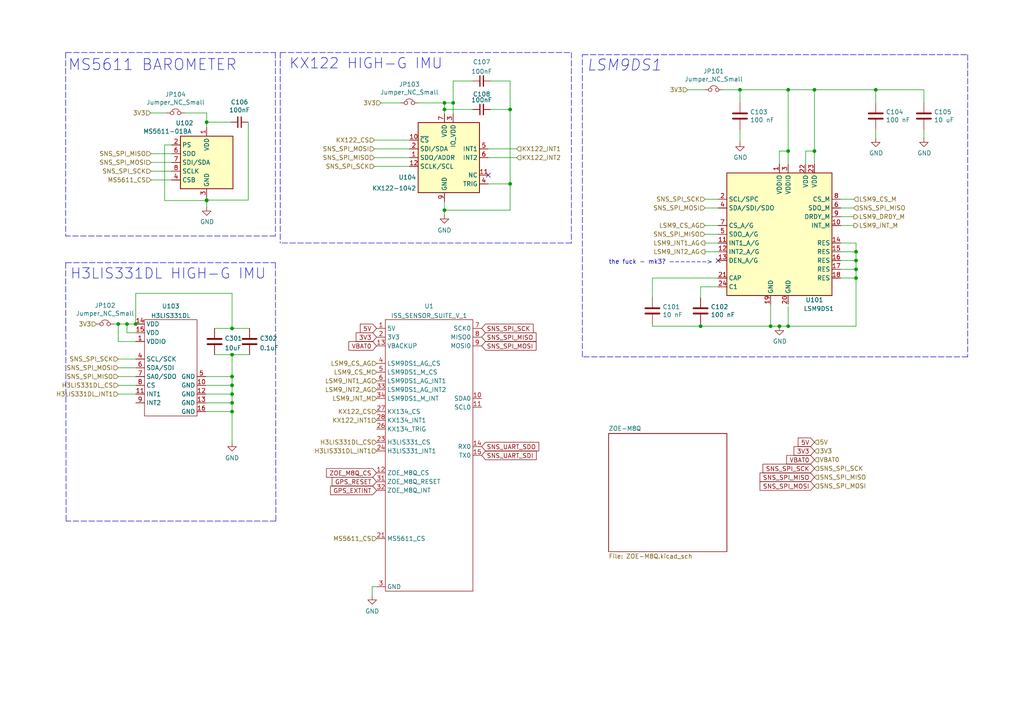
<source format=kicad_sch>
(kicad_sch (version 20211123) (generator eeschema)
  (paper "A4")
  (lib_symbols
    (symbol "Device:C" (pin_numbers hide) (pin_names (offset 0.254))
      (property "Reference" "C" (at 0.635 2.54 0))
      (property "Value" "C" (at 0.635 -2.54 0))
      (symbol "C_0_1"
        (polyline (pts (xy -2.032 -0.762) (xy 2.032 -0.762)) (stroke (width 0.508)))
        (polyline (pts (xy -2.032 0.762) (xy 2.032 0.762)) (stroke (width 0.508)))
      )
      (symbol "C_1_1"
        (pin passive line (at 0 3.81 270) (length 2.794) (name "~") (number "1"))
        (pin passive line (at 0 -3.81 90) (length 2.794) (name "~") (number "2"))
      )
    )
    (symbol "Device:C_Small" (pin_numbers hide) (pin_names (offset 0.254) hide)
      (property "Reference" "C" (at 0.254 1.778 0))
      (property "Value" "C_Small" (at 0.254 -2.032 0))
      (symbol "C_Small_0_1"
        (polyline (pts (xy -1.524 -0.508) (xy 1.524 -0.508)) (stroke (width 0.3302)))
        (polyline (pts (xy -1.524 0.508) (xy 1.524 0.508)) (stroke (width 0.3048)))
      )
      (symbol "C_Small_1_1"
        (pin passive line (at 0 2.54 270) (length 2.032) (name "~") (number "1"))
        (pin passive line (at 0 -2.54 90) (length 2.032) (name "~") (number "2"))
      )
    )
    (symbol "Device:Jumper_NC_Small" (pin_numbers hide) (pin_names (offset 0.762) hide)
      (property "Reference" "JP" (at 0 2.032 0))
      (property "Value" "Device_Jumper_NC_Small" (at 0.254 -1.524 0))
      (symbol "Jumper_NC_Small_0_1"
        (circle (center -1.016 0) (radius 0.508))
        (circle (center 1.016 0) (radius 0.508))
        (arc (start 1.016 0.762) (mid 0 1.1828) (end -1.016 0.762))
        (pin passive line (at -2.54 0 0) (length 1.016) (name "1") (number "1"))
        (pin passive line (at 2.54 0 180) (length 1.016) (name "2") (number "2"))
      )
    )
    (symbol "H3LIS331DL:H3LIS331DL"
      (property "Reference" "U" (at 0 16.51 0))
      (property "Value" "H3LIS331DL" (at 0 -13.97 0))
      (symbol "H3LIS331DL_0_1"
        (rectangle (start -7.62 15.24) (end 7.62 -12.7) (stroke (width 0.1524)))
      )
      (symbol "H3LIS331DL_1_1"
        (pin power_in line (at -10.16 8.89 0) (length 2.54) (name "VDDIO") (number "1"))
        (pin power_out line (at 10.16 -3.81 180) (length 2.54) (name "GND") (number "10"))
        (pin output line (at -10.16 -6.35 0) (length 2.54) (name "INT1") (number "11"))
        (pin power_out line (at 10.16 -6.35 180) (length 2.54) (name "GND") (number "12"))
        (pin power_out line (at 10.16 -8.89 180) (length 2.54) (name "GND") (number "13"))
        (pin power_in line (at -10.16 13.97 0) (length 2.54) (name "VDD") (number "14"))
        (pin power_in line (at -10.16 11.43 0) (length 2.54) (name "VDD") (number "15"))
        (pin power_out line (at 10.16 -11.43 180) (length 2.54) (name "GND") (number "16"))
        (pin input line (at -10.16 3.81 0) (length 2.54) (name "SCL/SCK") (number "4"))
        (pin power_out line (at 10.16 -1.27 180) (length 2.54) (name "GND") (number "5"))
        (pin input line (at -10.16 1.27 0) (length 2.54) (name "SDA/SDI") (number "6"))
        (pin output line (at -10.16 -1.27 0) (length 2.54) (name "SA0/SDO") (number "7"))
        (pin output line (at -10.16 -3.81 0) (length 2.54) (name "CS") (number "8"))
        (pin output line (at -10.16 -8.89 0) (length 2.54) (name "INT2") (number "9"))
      )
    )
    (symbol "SensorModule:ISS_SENSOR_SUITE_V_1"
      (property "Reference" "U1" (at 0 26.7757 0))
      (property "Value" "ISS_SENSOR_SUITE_V_1" (at 0 24.0006 0))
      (symbol "ISS_SENSOR_SUITE_V_1_0_1"
        (rectangle (start -12.7 22.86) (end 12.7 -55.88) (stroke (width 0.1524)))
      )
      (symbol "ISS_SENSOR_SUITE_V_1_1_1"
        (pin power_in line (at -15.24 20.32 0) (length 2.54) (name "5V") (number "1"))
        (pin bidirectional line (at 15.24 0 180) (length 2.54) (name "SDA0") (number "10"))
        (pin input line (at 15.24 -2.54 180) (length 2.54) (name "SCL0") (number "11"))
        (pin input line (at -15.24 -21.59 0) (length 2.54) (name "ZOE_M8Q_CS") (number "12"))
        (pin power_in line (at -15.24 15.24 0) (length 2.54) (name "VBACKUP") (number "13"))
        (pin input line (at 15.24 -13.97 180) (length 2.54) (name "RX0") (number "14"))
        (pin output line (at 15.24 -16.51 180) (length 2.54) (name "TX0") (number "15"))
        (pin power_in line (at -15.24 17.78 0) (length 2.54) (name "3V3") (number "2"))
        (pin input line (at -15.24 -40.64 0) (length 2.54) (name "MS5611_CS") (number "21"))
        (pin input line (at -15.24 -12.7 0) (length 2.54) (name "H3LIS331_CS") (number "23"))
        (pin output line (at -15.24 -15.24 0) (length 2.54) (name "H3LIS331_INT1") (number "24"))
        (pin output line (at -15.24 -8.89 0) (length 2.54) (name "KX134_TRIG") (number "26"))
        (pin input line (at -15.24 -3.81 0) (length 2.54) (name "KX134_CS") (number "27"))
        (pin output line (at -15.24 -6.35 0) (length 2.54) (name "KX134_INT1") (number "28"))
        (pin input line (at -15.24 -54.61 0) (length 2.54) (name "GND") (number "3"))
        (pin input line (at -15.24 -24.13 0) (length 2.54) (name "ZOE_M8Q_RESET") (number "31"))
        (pin input line (at -15.24 -26.67 0) (length 2.54) (name "ZOE_M8Q_INT") (number "32"))
        (pin output line (at -15.24 2.54 0) (length 2.54) (name "LSM9DS1_AG_INT2") (number "33"))
        (pin output line (at -15.24 0 0) (length 2.54) (name "LSM9DS1_M_INT") (number "34"))
        (pin input line (at -15.24 10.16 0) (length 2.54) (name "LSM9DS1_AG_CS") (number "4"))
        (pin input line (at -15.24 7.62 0) (length 2.54) (name "LSM9DS1_M_CS") (number "5"))
        (pin output line (at -15.24 5.08 0) (length 2.54) (name "LSM9DS1_AG_INT1") (number "6"))
        (pin input line (at 15.24 20.32 180) (length 2.54) (name "SCK0") (number "7"))
        (pin output line (at 15.24 17.78 180) (length 2.54) (name "MISO0") (number "8"))
        (pin input line (at 15.24 15.24 180) (length 2.54) (name "MOSI0") (number "9"))
      )
    )
    (symbol "Sensor_Motion:KX122-1042"
      (property "Reference" "U" (at -5.08 11.43 0))
      (property "Value" "KX122-1042" (at 3.81 11.43 0))
      (symbol "KX122-1042_0_1"
        (rectangle (start -7.62 10.16) (end 10.16 -10.16) (stroke (width 0.254)) (fill (type background)))
      )
      (symbol "KX122-1042_1_1"
        (pin bidirectional line (at -10.16 0 0) (length 2.54) (name "SDO/ADDR") (number "1"))
        (pin input line (at -10.16 5.08 0) (length 2.54) (name "~{CS}") (number "10"))
        (pin passive line (at 12.7 -5.08 180) (length 2.54) (name "NC") (number "11"))
        (pin input line (at -10.16 -2.54 0) (length 2.54) (name "SCLK/SCL") (number "12"))
        (pin bidirectional line (at -10.16 2.54 0) (length 2.54) (name "SDI/SDA") (number "2"))
        (pin power_in line (at 2.54 12.7 270) (length 2.54) (name "IO_VDD") (number "3"))
        (pin input line (at 12.7 -7.62 180) (length 2.54) (name "TRIG") (number "4"))
        (pin output line (at 12.7 2.54 180) (length 2.54) (name "INT1") (number "5"))
        (pin output line (at 12.7 0 180) (length 2.54) (name "INT2") (number "6"))
        (pin power_in line (at 0 12.7 270) (length 2.54) (name "VDD") (number "7"))
        (pin power_in line (at 0 -12.7 90) (length 2.54) (name "GND") (number "9"))
      )
    )
    (symbol "Sensor_Motion:LSM9DS1"
      (property "Reference" "U" (at -15.24 21.59 0))
      (property "Value" "LSM9DS1" (at -15.24 19.05 0))
      (symbol "LSM9DS1_0_1"
        (rectangle (start -15.24 17.78) (end 15.24 -17.78) (stroke (width 0.254)) (fill (type background)))
      )
      (symbol "LSM9DS1_1_1"
        (pin power_in line (at 0 20.32 270) (length 2.54) (name "VDDIO") (number "1"))
        (pin output line (at 17.78 2.54 180) (length 2.54) (name "INT_M") (number "10"))
        (pin output line (at -17.78 -2.54 0) (length 2.54) (name "INT1_A/G") (number "11"))
        (pin output line (at -17.78 -5.08 0) (length 2.54) (name "INT2_A/G") (number "12"))
        (pin input line (at -17.78 -7.62 0) (length 2.54) (name "DEN_A/G") (number "13"))
        (pin bidirectional line (at 17.78 -2.54 180) (length 2.54) (name "RES") (number "14"))
        (pin bidirectional line (at 17.78 -5.08 180) (length 2.54) (name "RES") (number "15"))
        (pin bidirectional line (at 17.78 -7.62 180) (length 2.54) (name "RES") (number "16"))
        (pin bidirectional line (at 17.78 -10.16 180) (length 2.54) (name "RES") (number "17"))
        (pin bidirectional line (at 17.78 -12.7 180) (length 2.54) (name "RES") (number "18"))
        (pin power_in line (at -2.54 -20.32 90) (length 2.54) (name "GND") (number "19"))
        (pin input line (at -17.78 10.16 0) (length 2.54) (name "SCL/SPC") (number "2"))
        (pin power_in line (at 2.54 -20.32 90) (length 2.54) (name "GND") (number "20"))
        (pin passive line (at -17.78 -12.7 0) (length 2.54) (name "CAP") (number "21"))
        (pin power_in line (at 7.62 20.32 270) (length 2.54) (name "VDD") (number "22"))
        (pin power_in line (at 10.16 20.32 270) (length 2.54) (name "VDD") (number "23"))
        (pin passive line (at -17.78 -15.24 0) (length 2.54) (name "C1") (number "24"))
        (pin power_in line (at 2.54 20.32 270) (length 2.54) (name "VDDIO") (number "3"))
        (pin bidirectional line (at -17.78 7.62 0) (length 2.54) (name "SDA/SDI/SDO") (number "4"))
        (pin output line (at -17.78 0 0) (length 2.54) (name "SDO_A/G") (number "5"))
        (pin output line (at 17.78 7.62 180) (length 2.54) (name "SDO_M") (number "6"))
        (pin input line (at -17.78 2.54 0) (length 2.54) (name "CS_A/G") (number "7"))
        (pin input line (at 17.78 10.16 180) (length 2.54) (name "CS_M") (number "8"))
        (pin output line (at 17.78 5.08 180) (length 2.54) (name "DRDY_M") (number "9"))
      )
    )
    (symbol "Sensor_Pressure:MS5611-01BA"
      (property "Reference" "U" (at -6.35 8.89 0))
      (property "Value" "MS5611-01BA" (at 7.62 8.89 0))
      (symbol "MS5611-01BA_0_1"
        (rectangle (start -7.62 7.62) (end 7.62 -7.62) (stroke (width 0.254)) (fill (type background)))
      )
      (symbol "MS5611-01BA_1_1"
        (pin power_in line (at 0 10.16 270) (length 2.54) (name "VDD") (number "1"))
        (pin input line (at -10.16 5.08 0) (length 2.54) (name "PS") (number "2"))
        (pin power_in line (at 0 -10.16 90) (length 2.54) (name "GND") (number "3"))
        (pin input line (at -10.16 -5.08 0) (length 2.54) (name "CSB") (number "4"))
        (pin input line (at -10.16 -5.08 0) (length 2.54) hide (name "CSB") (number "5"))
        (pin output line (at -10.16 2.54 0) (length 2.54) (name "SDO") (number "6"))
        (pin bidirectional line (at -10.16 0 0) (length 2.54) (name "SDI/SDA") (number "7"))
        (pin input line (at -10.16 -2.54 0) (length 2.54) (name "SCLK") (number "8"))
      )
    )
    (symbol "power:GND" (power) (pin_names (offset 0))
      (property "Value" "GND" (at 0 -3.81 0))
      (symbol "GND_0_1"
        (polyline (pts (xy 0 0) (xy 0 -1.27) (xy 1.27 -1.27) (xy 0 -2.54) (xy -1.27 -1.27) (xy 0 -1.27)))
      )
      (symbol "GND_1_1"
        (pin power_in line (at 0 0 270) (length 0) hide (name "GND") (number "1"))
      )
    )
  )
  (junction (at 59.944 35.433))
  (junction (at 228.6 26.035))
  (junction (at 128.905 31.75))
  (junction (at 67.31 111.76))
  (junction (at 248.285 73.025))
  (junction (at 147.955 31.75))
  (junction (at 34.29 93.98))
  (junction (at 254 26.035))
  (junction (at 228.6 94.615))
  (junction (at 131.445 29.845))
  (junction (at 59.944 58.166))
  (junction (at 236.22 26.035))
  (junction (at 248.285 80.645))
  (junction (at 203.2 94.615))
  (junction (at 67.31 102.87))
  (junction (at 67.31 114.3))
  (junction (at 226.06 94.615))
  (junction (at 147.955 53.34))
  (junction (at 248.285 78.105))
  (junction (at 67.31 95.25))
  (junction (at 248.285 75.565))
  (junction (at 236.22 43.815))
  (junction (at 223.52 94.615))
  (junction (at 214.63 26.035))
  (junction (at 67.31 109.22))
  (junction (at 39.37 93.98))
  (junction (at 67.31 116.84))
  (junction (at 128.905 29.845))
  (junction (at 128.905 60.96))
  (junction (at 228.6 43.815))
  (junction (at 67.31 119.38))
  (junction (at 59.944 58.039))
  (junction (at 36.83 93.98))
  (no_connect (at 141.605 50.8))
  (no_connect (at 208.28 75.565))
  (wire (pts (xy 204.47 70.485) (xy 208.28 70.485)))
  (wire (pts (xy 67.31 102.87) (xy 72.39 102.87)))
  (wire (pts (xy 214.63 26.035) (xy 228.6 26.035)))
  (wire (pts (xy 34.29 106.68) (xy 39.37 106.68)))
  (wire (pts (xy 39.37 93.98) (xy 39.37 85.09)))
  (wire (pts (xy 107.95 170.18) (xy 107.95 172.72)))
  (wire (pts (xy 236.22 26.035) (xy 236.22 43.815)))
  (wire (pts (xy 147.955 23.495) (xy 147.955 31.75)))
  (wire (pts (xy 208.28 80.645) (xy 189.23 80.645)))
  (wire (pts (xy 67.31 109.22) (xy 67.31 111.76)))
  (wire (pts (xy 59.69 111.76) (xy 67.31 111.76)))
  (wire (pts (xy 131.445 23.495) (xy 131.445 29.845)))
  (polyline (pts (xy 19.05 15.24) (xy 19.05 68.453)))
  (wire (pts (xy 243.84 75.565) (xy 248.285 75.565)))
  (wire (pts (xy 59.944 58.166) (xy 59.944 59.944)))
  (wire (pts (xy 39.37 93.98) (xy 36.83 93.98)))
  (wire (pts (xy 214.63 26.035) (xy 214.63 29.845)))
  (wire (pts (xy 203.2 94.615) (xy 223.52 94.615)))
  (wire (pts (xy 223.52 94.615) (xy 226.06 94.615)))
  (wire (pts (xy 67.31 95.25) (xy 72.39 95.25)))
  (wire (pts (xy 34.29 99.06) (xy 34.29 93.98)))
  (wire (pts (xy 36.83 96.52) (xy 36.83 93.98)))
  (wire (pts (xy 49.784 42.037) (xy 47.752 42.037)))
  (wire (pts (xy 228.6 26.035) (xy 228.6 43.815)))
  (polyline (pts (xy 19.05 15.24) (xy 79.883 15.24)))
  (wire (pts (xy 34.29 104.14) (xy 39.37 104.14)))
  (wire (pts (xy 49.784 47.117) (xy 43.815 47.117)))
  (wire (pts (xy 141.605 43.18) (xy 149.86 43.18)))
  (wire (pts (xy 189.23 93.98) (xy 189.23 94.615)))
  (wire (pts (xy 236.22 43.815) (xy 236.22 47.625)))
  (wire (pts (xy 248.285 73.025) (xy 248.285 75.565)))
  (wire (pts (xy 128.905 58.42) (xy 128.905 60.96)))
  (wire (pts (xy 226.06 43.815) (xy 226.06 47.625)))
  (wire (pts (xy 39.37 85.09) (xy 67.31 85.09)))
  (wire (pts (xy 228.6 43.815) (xy 226.06 43.815)))
  (wire (pts (xy 147.955 60.96) (xy 128.905 60.96)))
  (wire (pts (xy 203.2 93.98) (xy 203.2 94.615)))
  (wire (pts (xy 59.69 109.22) (xy 67.31 109.22)))
  (wire (pts (xy 59.944 35.433) (xy 59.944 32.766)))
  (wire (pts (xy 204.47 60.325) (xy 208.28 60.325)))
  (wire (pts (xy 49.784 52.197) (xy 43.815 52.197)))
  (polyline (pts (xy 280.67 15.875) (xy 280.67 103.505)))
  (wire (pts (xy 199.39 26.035) (xy 204.47 26.035)))
  (wire (pts (xy 247.65 60.325) (xy 243.84 60.325)))
  (wire (pts (xy 72.009 58.039) (xy 59.944 58.039)))
  (polyline (pts (xy 19.05 76.2) (xy 79.883 76.2)))
  (wire (pts (xy 49.784 44.577) (xy 43.815 44.577)))
  (wire (pts (xy 248.285 75.565) (xy 248.285 78.105)))
  (polyline (pts (xy 79.883 68.453) (xy 19.05 68.453)))
  (wire (pts (xy 142.24 31.75) (xy 147.955 31.75)))
  (polyline (pts (xy 165.735 70.485) (xy 81.28 70.485)))
  (wire (pts (xy 254 37.465) (xy 254 40.005)))
  (wire (pts (xy 204.47 67.945) (xy 208.28 67.945)))
  (wire (pts (xy 142.24 23.495) (xy 147.955 23.495)))
  (wire (pts (xy 248.285 94.615) (xy 228.6 94.615)))
  (wire (pts (xy 247.65 62.865) (xy 243.84 62.865)))
  (wire (pts (xy 121.285 29.845) (xy 128.905 29.845)))
  (wire (pts (xy 62.23 95.25) (xy 67.31 95.25)))
  (wire (pts (xy 67.31 114.3) (xy 67.31 116.84)))
  (wire (pts (xy 267.97 26.035) (xy 267.97 29.845)))
  (wire (pts (xy 62.23 102.87) (xy 67.31 102.87)))
  (wire (pts (xy 236.22 43.815) (xy 233.68 43.815)))
  (polyline (pts (xy 168.91 103.505) (xy 168.91 15.875)))
  (wire (pts (xy 34.29 111.76) (xy 39.37 111.76)))
  (wire (pts (xy 49.784 49.657) (xy 43.815 49.657)))
  (polyline (pts (xy 79.883 15.24) (xy 79.883 68.453)))
  (wire (pts (xy 128.905 60.96) (xy 128.905 62.23)))
  (wire (pts (xy 109.22 170.18) (xy 107.95 170.18)))
  (polyline (pts (xy 19.05 76.2) (xy 19.177 151.13)))
  (wire (pts (xy 204.47 73.025) (xy 208.28 73.025)))
  (wire (pts (xy 47.752 58.166) (xy 59.944 58.166)))
  (wire (pts (xy 108.585 45.72) (xy 118.745 45.72)))
  (wire (pts (xy 131.445 29.845) (xy 131.445 33.02)))
  (wire (pts (xy 243.84 73.025) (xy 248.285 73.025)))
  (wire (pts (xy 147.955 53.34) (xy 147.955 60.96)))
  (wire (pts (xy 34.29 93.98) (xy 36.83 93.98)))
  (wire (pts (xy 48.387 32.766) (xy 43.688 32.766)))
  (wire (pts (xy 108.585 40.64) (xy 118.745 40.64)))
  (wire (pts (xy 67.31 85.09) (xy 67.31 95.25)))
  (wire (pts (xy 59.944 36.957) (xy 59.944 35.433)))
  (wire (pts (xy 67.31 116.84) (xy 67.31 119.38)))
  (wire (pts (xy 34.29 99.06) (xy 39.37 99.06)))
  (wire (pts (xy 59.944 58.039) (xy 59.944 58.166)))
  (wire (pts (xy 141.605 45.72) (xy 149.86 45.72)))
  (wire (pts (xy 243.84 70.485) (xy 248.285 70.485)))
  (wire (pts (xy 59.944 57.277) (xy 59.944 58.039)))
  (wire (pts (xy 223.52 88.265) (xy 223.52 94.615)))
  (wire (pts (xy 267.97 37.465) (xy 267.97 40.005)))
  (wire (pts (xy 128.905 31.75) (xy 137.16 31.75)))
  (wire (pts (xy 67.31 111.76) (xy 67.31 114.3)))
  (wire (pts (xy 243.84 80.645) (xy 248.285 80.645)))
  (wire (pts (xy 208.28 83.185) (xy 203.2 83.185)))
  (wire (pts (xy 209.55 26.035) (xy 214.63 26.035)))
  (wire (pts (xy 59.69 114.3) (xy 67.31 114.3)))
  (wire (pts (xy 247.65 65.405) (xy 243.84 65.405)))
  (polyline (pts (xy 81.28 15.24) (xy 165.735 15.24)))
  (wire (pts (xy 67.31 102.87) (xy 67.31 109.22)))
  (wire (pts (xy 254 26.035) (xy 254 29.845)))
  (wire (pts (xy 39.37 96.52) (xy 36.83 96.52)))
  (wire (pts (xy 228.6 43.815) (xy 228.6 47.625)))
  (wire (pts (xy 214.63 37.465) (xy 214.63 41.275)))
  (wire (pts (xy 128.905 29.845) (xy 131.445 29.845)))
  (wire (pts (xy 59.69 119.38) (xy 67.31 119.38)))
  (polyline (pts (xy 165.735 15.24) (xy 165.735 70.485)))
  (wire (pts (xy 34.29 109.22) (xy 39.37 109.22)))
  (wire (pts (xy 34.29 114.3) (xy 39.37 114.3)))
  (wire (pts (xy 131.445 23.495) (xy 137.16 23.495)))
  (wire (pts (xy 204.47 57.785) (xy 208.28 57.785)))
  (wire (pts (xy 228.6 26.035) (xy 236.22 26.035)))
  (polyline (pts (xy 81.28 15.24) (xy 81.28 70.485)))
  (wire (pts (xy 59.69 116.84) (xy 67.31 116.84)))
  (wire (pts (xy 147.955 31.75) (xy 147.955 53.34)))
  (wire (pts (xy 189.23 94.615) (xy 203.2 94.615)))
  (wire (pts (xy 128.905 31.75) (xy 128.905 29.845)))
  (wire (pts (xy 110.49 29.845) (xy 116.205 29.845)))
  (wire (pts (xy 228.6 88.9) (xy 228.6 94.615)))
  (wire (pts (xy 39.497 93.98) (xy 39.37 93.98)))
  (wire (pts (xy 67.31 119.38) (xy 67.31 128.27)))
  (wire (pts (xy 72.009 35.433) (xy 72.009 58.039)))
  (wire (pts (xy 141.605 53.34) (xy 147.955 53.34)))
  (wire (pts (xy 243.84 78.105) (xy 248.285 78.105)))
  (wire (pts (xy 108.585 48.26) (xy 118.745 48.26)))
  (wire (pts (xy 228.6 94.615) (xy 226.06 94.615)))
  (wire (pts (xy 128.905 33.02) (xy 128.905 31.75)))
  (wire (pts (xy 247.65 57.785) (xy 243.84 57.785)))
  (polyline (pts (xy 280.67 103.505) (xy 168.91 103.505)))
  (wire (pts (xy 233.68 43.815) (xy 233.68 47.625)))
  (polyline (pts (xy 80.01 151.13) (xy 19.177 151.13)))
  (wire (pts (xy 33.02 93.98) (xy 34.29 93.98)))
  (polyline (pts (xy 79.883 76.2) (xy 80.01 151.13)))
  (wire (pts (xy 59.944 32.766) (xy 53.467 32.766)))
  (wire (pts (xy 236.22 26.035) (xy 254 26.035)))
  (wire (pts (xy 254 26.035) (xy 267.97 26.035)))
  (wire (pts (xy 203.2 83.185) (xy 203.2 86.36)))
  (wire (pts (xy 248.285 70.485) (xy 248.285 73.025)))
  (polyline (pts (xy 168.91 15.875) (xy 280.67 15.875)))
  (wire (pts (xy 108.585 43.18) (xy 118.745 43.18)))
  (wire (pts (xy 47.752 42.037) (xy 47.752 58.166)))
  (wire (pts (xy 189.23 80.645) (xy 189.23 86.36)))
  (wire (pts (xy 248.285 80.645) (xy 248.285 94.615)))
  (wire (pts (xy 204.47 65.405) (xy 208.28 65.405)))
  (wire (pts (xy 66.929 35.433) (xy 59.944 35.433)))
  (wire (pts (xy 248.285 78.105) (xy 248.285 80.645)))
  (text "MS5611 BAROMETER" (at 19.685 20.828 0) (effects (font (size 3.2004 3.2004)) (justify left bottom)))
  (text "LSM9DS1\n" (at 170.18 20.955 0) (effects (font (size 3.2004 3.2004) italic) (justify left bottom)))
  (text "the fuck - mk3? ------->\n" (at 176.53 76.835 0) (effects (font (size 1.27 1.27)) (justify left bottom)))
  (text "H3LIS331DL HIGH-G IMU" (at 20.32 81.28 0) (effects (font (size 3 3)) (justify left bottom)))
  (text "KX122 HIGH-G IMU" (at 83.82 20.32 0) (effects (font (size 3 3)) (justify left bottom)))
  (global_label "SNS_SPI_MISO" (shape input) (at 139.7 97.79 0) (property "Intersheet References" "${INTERSHEET_REFS}" (effects hide)))
  (global_label "5V" (shape input) (at 109.22 95.25 180) (property "Intersheet References" "${INTERSHEET_REFS}" (effects hide)))
  (global_label "ZOE_M8Q_CS" (shape input) (at 109.22 137.16 180) (property "Intersheet References" "${INTERSHEET_REFS}" (effects hide)))
  (global_label "SNS_SPI_SCK" (shape input) (at 139.7 95.25 0) (property "Intersheet References" "${INTERSHEET_REFS}" (effects hide)))
  (global_label "SNS_SPI_MISO" (shape input) (at 236.22 138.43 180) (property "Intersheet References" "${INTERSHEET_REFS}" (effects hide)))
  (global_label "SNS_SPI_MOSI" (shape input) (at 236.22 140.97 180) (property "Intersheet References" "${INTERSHEET_REFS}" (effects hide)))
  (global_label "3V3" (shape input) (at 109.22 97.79 180) (property "Intersheet References" "${INTERSHEET_REFS}" (effects hide)))
  (global_label "SNS_UART_SDI" (shape input) (at 139.7 132.08 0) (property "Intersheet References" "${INTERSHEET_REFS}" (effects hide)))
  (global_label "SNS_SPI_MOSI" (shape input) (at 139.7 100.33 0) (property "Intersheet References" "${INTERSHEET_REFS}" (effects hide)))
  (global_label "GPS_RESET" (shape input) (at 109.22 139.7 180) (property "Intersheet References" "${INTERSHEET_REFS}" (effects hide)))
  (global_label "GPS_EXTINT" (shape input) (at 109.22 142.24 180) (property "Intersheet References" "${INTERSHEET_REFS}" (effects hide)))
  (global_label "SNS_UART_SDO" (shape input) (at 139.7 129.54 0) (property "Intersheet References" "${INTERSHEET_REFS}" (effects hide)))
  (global_label "VBAT0" (shape input) (at 236.22 133.35 180) (property "Intersheet References" "${INTERSHEET_REFS}" (effects hide)))
  (global_label "3V3" (shape input) (at 236.22 130.81 180) (property "Intersheet References" "${INTERSHEET_REFS}" (effects hide)))
  (global_label "SNS_SPI_SCK" (shape input) (at 236.22 135.89 180) (property "Intersheet References" "${INTERSHEET_REFS}" (effects hide)))
  (global_label "VBAT0" (shape input) (at 109.22 100.33 180) (property "Intersheet References" "${INTERSHEET_REFS}" (effects hide)))
  (global_label "5V" (shape input) (at 236.22 128.27 180) (property "Intersheet References" "${INTERSHEET_REFS}" (effects hide)))
  (hierarchical_label "LSM9_INT_M" (shape input) (at 109.22 115.57 180))
  (hierarchical_label "SNS_SPI_MISO" (shape input) (at 34.29 109.22 180))
  (hierarchical_label "SNS_SPI_MISO" (shape input) (at 204.47 67.945 180))
  (hierarchical_label "SNS_SPI_MOSI" (shape input) (at 236.22 140.97 0))
  (hierarchical_label "SNS_SPI_MOSI" (shape input) (at 108.585 43.18 180))
  (hierarchical_label "LSM9_INT2_AG" (shape output) (at 204.47 73.025 180))
  (hierarchical_label "SNS_SPI_MOSI" (shape input) (at 34.29 106.68 180))
  (hierarchical_label "LSM9_CS_M" (shape input) (at 247.65 57.785 0))
  (hierarchical_label "KX122_INT1" (shape input) (at 149.86 43.18 0))
  (hierarchical_label "SNS_SPI_SCK" (shape input) (at 204.47 57.785 180))
  (hierarchical_label "MS5611_CS" (shape input) (at 43.815 52.197 180))
  (hierarchical_label "SNS_SPI_SCK" (shape input) (at 236.22 135.89 0))
  (hierarchical_label "SNS_SPI_MOSI" (shape input) (at 43.815 47.117 180))
  (hierarchical_label "SNS_SPI_SCK" (shape input) (at 108.585 48.26 180))
  (hierarchical_label "SNS_SPI_MOSI" (shape input) (at 204.47 60.325 180))
  (hierarchical_label "KX122_INT2" (shape input) (at 149.86 45.72 0))
  (hierarchical_label "H3LIS331DL_INT1" (shape input) (at 34.29 114.3 180))
  (hierarchical_label "5V" (shape input) (at 236.22 128.27 0))
  (hierarchical_label "H3LIS331DL_INT1" (shape input) (at 109.22 130.81 180))
  (hierarchical_label "SNS_SPI_MISO" (shape input) (at 247.65 60.325 0))
  (hierarchical_label "SNS_SPI_MISO" (shape input) (at 43.815 44.577 180))
  (hierarchical_label "3V3" (shape input) (at 110.49 29.845 180))
  (hierarchical_label "LSM9_INT2_AG" (shape input) (at 109.22 113.03 180))
  (hierarchical_label "LSM9_CS_AG" (shape input) (at 109.22 105.41 180))
  (hierarchical_label "SNS_SPI_MISO" (shape input) (at 108.585 45.72 180))
  (hierarchical_label "3V3" (shape input) (at 43.688 32.766 180))
  (hierarchical_label "VBAT0" (shape input) (at 236.22 133.35 0))
  (hierarchical_label "LSM9_INT_M" (shape output) (at 247.65 65.405 0))
  (hierarchical_label "LSM9_CS_M" (shape input) (at 109.22 107.95 180))
  (hierarchical_label "3V3" (shape input) (at 199.39 26.035 180))
  (hierarchical_label "SNS_SPI_SCK" (shape input) (at 43.815 49.657 180))
  (hierarchical_label "LSM9_INT1_AG" (shape input) (at 109.22 110.49 180))
  (hierarchical_label "SNS_SPI_SCK" (shape input) (at 34.29 104.14 180))
  (hierarchical_label "MS5611_CS" (shape input) (at 109.22 156.21 180))
  (hierarchical_label "KX122_CS" (shape input) (at 109.22 119.38 180))
  (hierarchical_label "KX122_INT1" (shape input) (at 109.22 121.92 180))
  (hierarchical_label "H3LIS331DL_CS" (shape input) (at 109.22 128.27 180))
  (hierarchical_label "SNS_SPI_MISO" (shape input) (at 236.22 138.43 0))
  (hierarchical_label "LSM9_CS_AG" (shape input) (at 204.47 65.405 180))
  (hierarchical_label "LSM9_INT1_AG" (shape output) (at 204.47 70.485 180))
  (hierarchical_label "KX122_CS" (shape input) (at 108.585 40.64 180))
  (hierarchical_label "H3LIS331DL_CS" (shape input) (at 34.29 111.76 180))
  (hierarchical_label "3V3" (shape input) (at 236.22 130.81 0))
  (hierarchical_label "LSM9_DRDY_M" (shape output) (at 247.65 62.865 0))
  (hierarchical_label "3V3" (shape input) (at 27.94 93.98 180))
  (symbol (lib_id "Sensor_Pressure:MS5611-01BA") (at 59.944 47.117 0) (unit 1)
    (property "Reference" "U102" (at 50.927 35.687 0) (effects (justify left)))
    (property "Value" "MS5611-01BA" (at 41.529 38.1 0) (effects (justify left)))
    (property "Footprint" "Package_LGA:LGA-8_3x5mm_P1.25mm" (effects hide))
    (property "Datasheet" "https://www.te.com/commerce/DocumentDelivery/DDEController?Action=srchrtrv&DocNm=MS5611-01BA03&DocType=Data+Sheet&DocLang=English" (effects hide))
  )
  (symbol (lib_id "Device:Jumper_NC_Small") (at 50.927 32.766 0) (unit 1)
    (property "Reference" "JP104" (at 50.927 27.3812 0))
    (property "Value" "Jumper_NC_Small" (at 50.927 29.6926 0))
    (property "Footprint" "Jumper:SolderJumper-2_P1.3mm_Bridged_RoundedPad1.0x1.5mm" (effects hide))
  )
  (symbol (lib_id "power:GND") (at 59.944 59.944 0) (unit 1)
    (property "Reference" "#PWR0105" (effects hide))
    (property "Value" "GND" (at 60.071 64.3382 0))
  )
  (symbol (lib_id "Device:C_Small") (at 69.469 35.433 270) (unit 1)
    (property "Reference" "C106" (at 69.469 29.6164 90))
    (property "Value" "100nF" (at 69.469 31.9278 90))
    (property "Footprint" "Capacitor_SMD:C_0805_2012Metric" (effects hide))
  )
  (symbol (lib_id "Sensor_Motion:LSM9DS1") (at 226.06 67.945 0) (unit 1)
    (property "Reference" "U101" (at 236.22 86.995 0))
    (property "Value" "LSM9DS1" (at 237.49 89.535 0))
    (property "Footprint" "Package_LGA:LGA-24L_3x3.5mm_P0.43mm" (effects hide))
    (property "Datasheet" "http://www.st.com/content/ccc/resource/technical/document/datasheet/1e/3f/2a/d6/25/eb/48/46/DM00103319.pdf/files/DM00103319.pdf/jcr:content/translations/en.DM00103319.pdf" (effects hide))
  )
  (symbol (lib_id "Device:Jumper_NC_Small") (at 207.01 26.035 0) (unit 1)
    (property "Reference" "JP101" (at 207.01 20.6502 0))
    (property "Value" "Jumper_NC_Small" (at 207.01 22.9616 0))
    (property "Footprint" "Jumper:SolderJumper-2_P1.3mm_Bridged_RoundedPad1.0x1.5mm" (effects hide))
  )
  (symbol (lib_id "Device:C") (at 214.63 33.655 0) (unit 1)
    (property "Reference" "C103" (at 217.551 32.4866 0) (effects (justify left)))
    (property "Value" "100 nF" (at 217.551 34.798 0) (effects (justify left)))
    (property "Footprint" "Capacitor_SMD:C_0805_2012Metric" (effects hide))
  )
  (symbol (lib_id "power:GND") (at 214.63 41.275 0) (unit 1)
    (property "Reference" "#PWR0101" (effects hide))
    (property "Value" "GND" (at 214.757 45.6692 0))
  )
  (symbol (lib_id "Device:C") (at 254 33.655 0) (unit 1)
    (property "Reference" "C104" (at 256.921 32.4866 0) (effects (justify left)))
    (property "Value" "100 nF" (at 256.921 34.798 0) (effects (justify left)))
    (property "Footprint" "Capacitor_SMD:C_0805_2012Metric" (effects hide))
  )
  (symbol (lib_id "power:GND") (at 254 40.005 0) (unit 1)
    (property "Reference" "#PWR0103" (effects hide))
    (property "Value" "GND" (at 254.127 44.3992 0))
  )
  (symbol (lib_id "Device:C") (at 267.97 33.655 0) (unit 1)
    (property "Reference" "C105" (at 270.891 32.4866 0) (effects (justify left)))
    (property "Value" "10 uF" (at 270.891 34.798 0) (effects (justify left)))
    (property "Footprint" "Capacitor_SMD:C_0805_2012Metric" (effects hide))
  )
  (symbol (lib_id "power:GND") (at 267.97 40.005 0) (unit 1)
    (property "Reference" "#PWR0104" (effects hide))
    (property "Value" "GND" (at 268.097 44.3992 0))
  )
  (symbol (lib_id "power:GND") (at 226.06 94.615 0) (unit 1)
    (property "Reference" "#PWR0102" (effects hide))
    (property "Value" "GND" (at 226.187 99.0092 0))
  )
  (symbol (lib_id "Device:C") (at 203.2 90.17 0) (unit 1)
    (property "Reference" "C102" (at 206.121 89.0016 0) (effects (justify left)))
    (property "Value" "100 nF" (at 206.121 91.313 0) (effects (justify left)))
    (property "Footprint" "Capacitor_SMD:C_0805_2012Metric" (effects hide))
  )
  (symbol (lib_id "Device:C") (at 189.23 90.17 0) (unit 1)
    (property "Reference" "C101" (at 192.151 89.0016 0) (effects (justify left)))
    (property "Value" "10 nF" (at 192.151 91.313 0) (effects (justify left)))
    (property "Footprint" "Capacitor_SMD:C_0805_2012Metric" (effects hide))
  )
  (symbol (lib_id "Device:C_Small") (at 139.7 23.495 90) (unit 1)
    (property "Reference" "C107" (at 139.7063 17.9664 90))
    (property "Value" "100nF" (at 139.7063 20.7415 90))
    (property "Footprint" "Capacitor_SMD:C_0805_2012Metric" (effects hide))
  )
  (symbol (lib_id "Sensor_Motion:KX122-1042") (at 128.905 45.72 0) (unit 1)
    (property "Reference" "U104" (at 115.57 51.435 0) (effects (justify left)))
    (property "Value" "KX122-1042" (at 107.95 54.61 0) (effects (justify left)))
    (property "Footprint" "Package_LGA:LGA-12_2x2mm_P0.5mm" (effects hide))
    (property "Datasheet" "http://kionixfs.kionix.com/en/datasheet/KX112-1042-Specifications-Rev-6.0.pdf" (effects hide))
  )
  (symbol (lib_id "Device:Jumper_NC_Small") (at 118.745 29.845 0) (unit 1)
    (property "Reference" "JP103" (at 118.745 24.4602 0))
    (property "Value" "Jumper_NC_Small" (at 118.745 26.7716 0))
    (property "Footprint" "Jumper:SolderJumper-2_P1.3mm_Bridged_RoundedPad1.0x1.5mm" (effects hide))
  )
  (symbol (lib_id "Device:Jumper_NC_Small") (at 30.48 93.98 0) (unit 1)
    (property "Reference" "JP102" (at 30.48 88.5952 0))
    (property "Value" "Jumper_NC_Small" (at 30.48 90.9066 0))
    (property "Footprint" "Jumper:SolderJumper-2_P1.3mm_Bridged_RoundedPad1.0x1.5mm" (effects hide))
  )
  (symbol (lib_id "Device:C") (at 62.23 99.06 0) (unit 1)
    (property "Reference" "C301" (at 65.151 98.1515 0) (effects (justify left)))
    (property "Value" "10uF" (at 65.151 100.9266 0) (effects (justify left)))
    (property "Footprint" "Capacitor_SMD:C_0805_2012Metric" (effects hide))
  )
  (symbol (lib_id "Device:C_Small") (at 139.7 31.75 90) (unit 1)
    (property "Reference" "C108" (at 139.7 27.305 90))
    (property "Value" "100nF" (at 139.7063 28.9965 90))
    (property "Footprint" "Capacitor_SMD:C_0805_2012Metric" (effects hide))
  )
  (symbol (lib_id "power:GND") (at 67.31 128.27 0) (unit 1)
    (property "Reference" "#PWR0106" (effects hide))
    (property "Value" "GND" (at 67.31 132.8325 0))
  )
  (symbol (lib_id "SensorModule:ISS_SENSOR_SUITE_V_1") (at 124.46 115.57 0) (unit 1)
    (property "Reference" "U1" (at 124.46 88.7943 0))
    (property "Value" "ISS_SENSOR_SUITE_V_1" (at 124.46 91.5694 0))
    (property "Footprint" "Sensorsuite:General Sensor Module - 8x10 pin" (effects hide))
  )
  (symbol (lib_id "H3LIS331DL:H3LIS331DL") (at 49.53 107.95 0) (unit 1)
    (property "Reference" "U103" (at 49.53 88.7943 0))
    (property "Value" "H3LIS331DL" (at 49.53 91.5694 0))
    (property "Footprint" "Package_LGA:LGA-16_3x3mm_P0.5mm_LayoutBorder3x5y" (effects hide))
  )
  (symbol (lib_id "Device:C") (at 72.39 99.06 0) (unit 1)
    (property "Reference" "C302" (at 75.311 98.1515 0) (effects (justify left)))
    (property "Value" "0.1uF" (at 75.311 100.9266 0) (effects (justify left)))
    (property "Footprint" "Capacitor_SMD:C_0805_2012Metric" (effects hide))
  )
  (symbol (lib_id "power:GND") (at 128.905 62.23 0) (unit 1)
    (property "Reference" "#PWR0107" (effects hide))
    (property "Value" "GND" (at 128.905 66.7925 0))
  )
  (symbol (lib_id "power:GND") (at 107.95 172.72 0) (unit 1)
    (property "Reference" "#PWR0108" (effects hide))
    (property "Value" "GND" (at 107.95 177.2825 0))
  )
  (sheet (at 176.53 125.73) (size 34.29 34.29) (stroke (width 0.1524))
    (property "Sheet name" "ZOE-M8Q" (at 176.53 125.0184 0) (effects (justify left bottom)))
    (property "Sheet file" "ZOE-M8Q.kicad_sch" (at 176.53 160.6046 0) (effects (justify left top)))
  )
)
</source>
